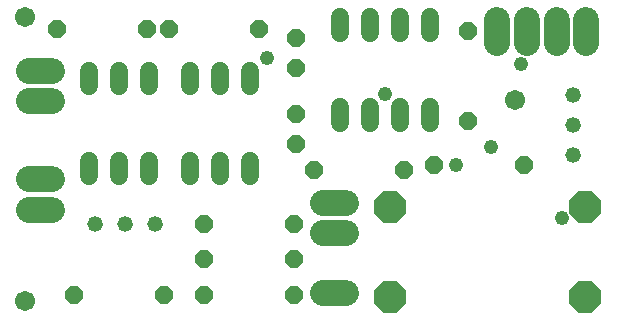
<source format=gbr>
G04 EAGLE Gerber RS-274X export*
G75*
%MOMM*%
%FSLAX34Y34*%
%LPD*%
%INSoldermask Top*%
%IPPOS*%
%AMOC8*
5,1,8,0,0,1.08239X$1,22.5*%
G01*
%ADD10C,1.703200*%
%ADD11P,1.649562X8X202.500000*%
%ADD12C,1.524000*%
%ADD13C,2.184400*%
%ADD14P,2.969212X8X292.500000*%
%ADD15P,1.649562X8X292.500000*%
%ADD16P,1.649562X8X22.500000*%
%ADD17C,1.320800*%
%ADD18P,1.649562X8X112.500000*%
%ADD19C,1.219200*%


D10*
X445000Y200000D03*
X30000Y270000D03*
X30000Y30000D03*
D11*
X351361Y140430D03*
X275161Y140430D03*
X258100Y95000D03*
X181900Y95000D03*
X228100Y260000D03*
X151900Y260000D03*
D12*
X220400Y224704D02*
X220400Y211496D01*
X195000Y211496D02*
X195000Y224704D01*
X195000Y148504D02*
X195000Y135296D01*
X220400Y135296D02*
X220400Y148504D01*
X169600Y211496D02*
X169600Y224704D01*
X169600Y148504D02*
X169600Y135296D01*
D13*
X53106Y106600D02*
X33294Y106600D01*
X33294Y224800D02*
X53106Y224800D01*
D14*
X504314Y109427D03*
X504314Y33227D03*
X339214Y109427D03*
X339214Y33227D03*
D13*
X302106Y36600D02*
X282294Y36600D01*
X282294Y87400D02*
X302106Y87400D01*
D11*
X133100Y260000D03*
X56900Y260000D03*
D12*
X135400Y224704D02*
X135400Y211496D01*
X110000Y211496D02*
X110000Y224704D01*
X110000Y148504D02*
X110000Y135296D01*
X135400Y135296D02*
X135400Y148504D01*
X84600Y211496D02*
X84600Y224704D01*
X84600Y148504D02*
X84600Y135296D01*
D13*
X53106Y199400D02*
X33294Y199400D01*
D15*
X405000Y258100D03*
X405000Y181900D03*
D16*
X376900Y145000D03*
X453100Y145000D03*
D17*
X494500Y153600D03*
X494500Y179000D03*
X494500Y204400D03*
X140400Y95000D03*
X115000Y95000D03*
X89600Y95000D03*
D13*
X429600Y247794D02*
X429600Y267606D01*
X302106Y112800D02*
X282294Y112800D01*
D15*
X260000Y252700D03*
X260000Y227300D03*
D11*
X258100Y65000D03*
X181900Y65000D03*
D16*
X71900Y35000D03*
X148100Y35000D03*
D11*
X258100Y35000D03*
X181900Y35000D03*
D18*
X260000Y162300D03*
X260000Y187700D03*
D12*
X296900Y193504D02*
X296900Y180296D01*
X322300Y180296D02*
X322300Y193504D01*
X347700Y193504D02*
X347700Y180296D01*
X373100Y180296D02*
X373100Y193504D01*
X373100Y256496D02*
X373100Y269704D01*
X347700Y269704D02*
X347700Y256496D01*
X322300Y256496D02*
X322300Y269704D01*
X296900Y269704D02*
X296900Y256496D01*
D13*
X53106Y132800D02*
X33294Y132800D01*
X455000Y247794D02*
X455000Y267606D01*
X480400Y267606D02*
X480400Y247794D01*
X505400Y247794D02*
X505400Y267606D01*
D19*
X235000Y235000D03*
X485000Y100000D03*
X450000Y230000D03*
X395000Y145000D03*
X335000Y205000D03*
X425000Y160000D03*
M02*

</source>
